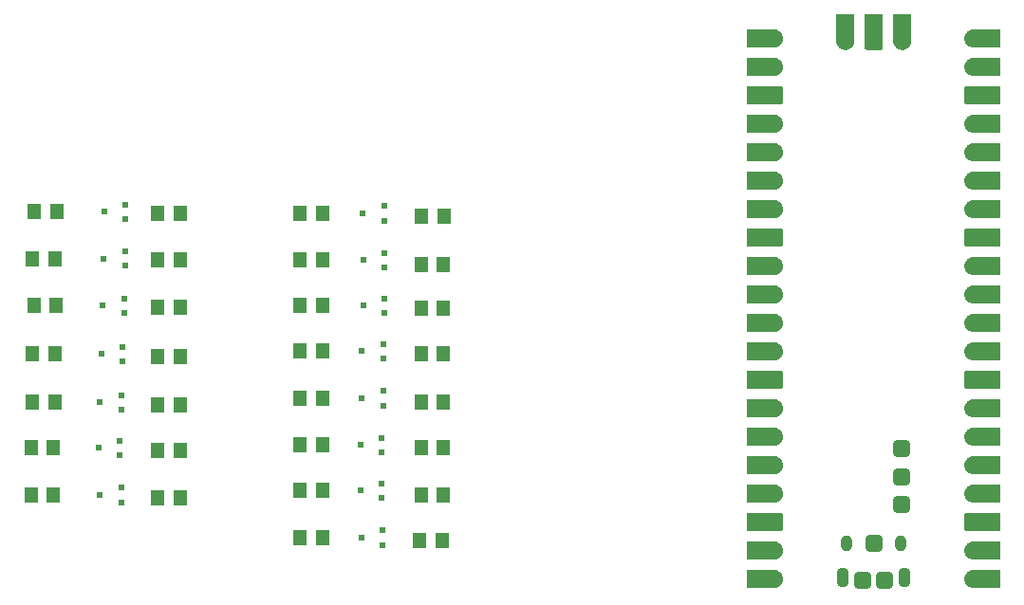
<source format=gbr>
G04*
G04 #@! TF.GenerationSoftware,Altium Limited,Altium Designer,23.9.2 (47)*
G04*
G04 Layer_Color=8421504*
%FSLAX25Y25*%
%MOIN*%
G70*
G04*
G04 #@! TF.SameCoordinates,7D7DC0CB-560A-4B43-BD03-011E7A05A225*
G04*
G04*
G04 #@! TF.FilePolarity,Positive*
G04*
G01*
G75*
%ADD14O,0.04134X0.05709*%
%ADD15O,0.04331X0.07087*%
G04:AMPARAMS|DCode=16|XSize=59.06mil|YSize=59.06mil|CornerRadius=11.81mil|HoleSize=0mil|Usage=FLASHONLY|Rotation=180.000|XOffset=0mil|YOffset=0mil|HoleType=Round|Shape=RoundedRectangle|*
%AMROUNDEDRECTD16*
21,1,0.05906,0.03543,0,0,180.0*
21,1,0.03543,0.05906,0,0,180.0*
1,1,0.02362,-0.01772,0.01772*
1,1,0.02362,0.01772,0.01772*
1,1,0.02362,0.01772,-0.01772*
1,1,0.02362,-0.01772,-0.01772*
%
%ADD16ROUNDEDRECTD16*%
%ADD17R,0.02362X0.01850*%
%ADD18R,0.04724X0.05709*%
G36*
X428949Y198350D02*
X419500D01*
X419335Y198354D01*
X419169Y198366D01*
X419008Y198390D01*
X418847Y198417D01*
X418685Y198457D01*
X418528Y198504D01*
X418370Y198559D01*
X418221Y198622D01*
X418071Y198693D01*
X417925Y198772D01*
X417783Y198858D01*
X417650Y198953D01*
X417520Y199051D01*
X417394Y199158D01*
X417272Y199272D01*
X417158Y199394D01*
X417051Y199520D01*
X416953Y199650D01*
X416858Y199784D01*
X416772Y199925D01*
X416693Y200071D01*
X416622Y200220D01*
X416559Y200370D01*
X416504Y200528D01*
X416457Y200685D01*
X416417Y200847D01*
X416390Y201008D01*
X416366Y201169D01*
X416354Y201335D01*
X416350Y201500D01*
X416354Y201665D01*
X416366Y201831D01*
X416390Y201992D01*
X416417Y202153D01*
X416457Y202315D01*
X416504Y202472D01*
X416559Y202630D01*
X416622Y202780D01*
X416693Y202929D01*
X416772Y203075D01*
X416858Y203217D01*
X416953Y203350D01*
X417051Y203480D01*
X417158Y203606D01*
X417272Y203728D01*
X417394Y203842D01*
X417520Y203949D01*
X417650Y204047D01*
X417783Y204142D01*
X417925Y204228D01*
X418071Y204307D01*
X418221Y204378D01*
X418370Y204441D01*
X418528Y204496D01*
X418685Y204543D01*
X418847Y204583D01*
X419008Y204610D01*
X419169Y204634D01*
X419335Y204646D01*
X419500Y204650D01*
X428949D01*
Y198350D01*
D02*
G37*
G36*
X349665Y204646D02*
X349831Y204634D01*
X349992Y204610D01*
X350153Y204583D01*
X350315Y204543D01*
X350472Y204496D01*
X350630Y204441D01*
X350780Y204378D01*
X350929Y204307D01*
X351075Y204228D01*
X351217Y204142D01*
X351350Y204047D01*
X351480Y203949D01*
X351606Y203842D01*
X351728Y203728D01*
X351842Y203606D01*
X351949Y203480D01*
X352047Y203350D01*
X352142Y203217D01*
X352228Y203075D01*
X352307Y202929D01*
X352378Y202780D01*
X352441Y202630D01*
X352496Y202472D01*
X352543Y202315D01*
X352583Y202153D01*
X352610Y201992D01*
X352634Y201831D01*
X352646Y201665D01*
X352650Y201500D01*
X352646Y201335D01*
X352634Y201169D01*
X352610Y201008D01*
X352583Y200847D01*
X352543Y200685D01*
X352496Y200528D01*
X352441Y200370D01*
X352378Y200220D01*
X352307Y200071D01*
X352228Y199925D01*
X352142Y199784D01*
X352047Y199650D01*
X351949Y199520D01*
X351842Y199394D01*
X351728Y199272D01*
X351606Y199158D01*
X351480Y199051D01*
X351350Y198953D01*
X351217Y198858D01*
X351075Y198772D01*
X350929Y198693D01*
X350780Y198622D01*
X350630Y198559D01*
X350472Y198504D01*
X350315Y198457D01*
X350153Y198417D01*
X349992Y198390D01*
X349831Y198366D01*
X349665Y198354D01*
X349500Y198350D01*
X340051D01*
Y204650D01*
X349500D01*
X349665Y204646D01*
D02*
G37*
G36*
X397650Y200594D02*
X397646Y200429D01*
X397634Y200264D01*
X397610Y200102D01*
X397583Y199941D01*
X397543Y199779D01*
X397496Y199622D01*
X397441Y199465D01*
X397378Y199315D01*
X397307Y199165D01*
X397228Y199020D01*
X397142Y198878D01*
X397047Y198744D01*
X396949Y198614D01*
X396843Y198488D01*
X396728Y198366D01*
X396606Y198252D01*
X396480Y198146D01*
X396350Y198047D01*
X396217Y197953D01*
X396075Y197866D01*
X395929Y197787D01*
X395779Y197716D01*
X395630Y197653D01*
X395472Y197598D01*
X395315Y197551D01*
X395153Y197512D01*
X394992Y197484D01*
X394831Y197461D01*
X394665Y197449D01*
X394500Y197445D01*
X394335Y197449D01*
X394169Y197461D01*
X394008Y197484D01*
X393847Y197512D01*
X393685Y197551D01*
X393528Y197598D01*
X393370Y197653D01*
X393220Y197716D01*
X393071Y197787D01*
X392925Y197866D01*
X392783Y197953D01*
X392650Y198047D01*
X392520Y198146D01*
X392394Y198252D01*
X392272Y198366D01*
X392158Y198488D01*
X392051Y198614D01*
X391953Y198744D01*
X391858Y198878D01*
X391772Y199020D01*
X391693Y199165D01*
X391622Y199315D01*
X391559Y199465D01*
X391504Y199622D01*
X391457Y199779D01*
X391417Y199941D01*
X391390Y200102D01*
X391366Y200264D01*
X391354Y200429D01*
X391350Y200594D01*
Y210043D01*
X397650D01*
Y200594D01*
D02*
G37*
G36*
X387650Y198232D02*
Y198193D01*
X387646Y198150D01*
X387642Y198110D01*
X387634Y198067D01*
X387622Y198028D01*
X387610Y197988D01*
X387598Y197949D01*
X387583Y197913D01*
X387563Y197874D01*
X387543Y197839D01*
X387524Y197803D01*
X387500Y197768D01*
X387472Y197736D01*
X387449Y197705D01*
X387417Y197677D01*
X387390Y197646D01*
X387358Y197622D01*
X387327Y197594D01*
X387291Y197571D01*
X387256Y197551D01*
X387221Y197531D01*
X387181Y197512D01*
X387146Y197496D01*
X387106Y197484D01*
X387067Y197472D01*
X387028Y197461D01*
X386984Y197453D01*
X386945Y197449D01*
X386902Y197445D01*
X382098D01*
X382055Y197449D01*
X382016Y197453D01*
X381972Y197461D01*
X381933Y197472D01*
X381894Y197484D01*
X381854Y197496D01*
X381819Y197512D01*
X381780Y197531D01*
X381744Y197551D01*
X381709Y197571D01*
X381673Y197594D01*
X381642Y197622D01*
X381610Y197646D01*
X381583Y197677D01*
X381551Y197705D01*
X381528Y197736D01*
X381500Y197768D01*
X381476Y197803D01*
X381457Y197839D01*
X381437Y197874D01*
X381417Y197913D01*
X381402Y197949D01*
X381390Y197988D01*
X381378Y198028D01*
X381366Y198067D01*
X381358Y198110D01*
X381354Y198150D01*
X381350Y198193D01*
Y198232D01*
Y210043D01*
X387650D01*
Y198232D01*
D02*
G37*
G36*
X377650Y200594D02*
X377646Y200429D01*
X377634Y200264D01*
X377610Y200102D01*
X377583Y199941D01*
X377543Y199779D01*
X377496Y199622D01*
X377441Y199465D01*
X377378Y199315D01*
X377307Y199165D01*
X377228Y199020D01*
X377142Y198878D01*
X377047Y198744D01*
X376949Y198614D01*
X376842Y198488D01*
X376728Y198366D01*
X376606Y198252D01*
X376480Y198146D01*
X376350Y198047D01*
X376217Y197953D01*
X376075Y197866D01*
X375929Y197787D01*
X375780Y197716D01*
X375630Y197653D01*
X375472Y197598D01*
X375315Y197551D01*
X375153Y197512D01*
X374992Y197484D01*
X374831Y197461D01*
X374665Y197449D01*
X374500Y197445D01*
X374335Y197449D01*
X374169Y197461D01*
X374008Y197484D01*
X373847Y197512D01*
X373685Y197551D01*
X373528Y197598D01*
X373370Y197653D01*
X373220Y197716D01*
X373071Y197787D01*
X372925Y197866D01*
X372783Y197953D01*
X372650Y198047D01*
X372520Y198146D01*
X372394Y198252D01*
X372272Y198366D01*
X372158Y198488D01*
X372051Y198614D01*
X371953Y198744D01*
X371858Y198878D01*
X371772Y199020D01*
X371693Y199165D01*
X371622Y199315D01*
X371559Y199465D01*
X371504Y199622D01*
X371457Y199779D01*
X371417Y199941D01*
X371390Y200102D01*
X371366Y200264D01*
X371354Y200429D01*
X371350Y200594D01*
Y210043D01*
X377650D01*
Y200594D01*
D02*
G37*
G36*
X428949Y188350D02*
X419500D01*
X419335Y188354D01*
X419169Y188366D01*
X419008Y188390D01*
X418847Y188417D01*
X418685Y188457D01*
X418528Y188504D01*
X418370Y188559D01*
X418221Y188622D01*
X418071Y188693D01*
X417925Y188772D01*
X417783Y188858D01*
X417650Y188953D01*
X417520Y189051D01*
X417394Y189157D01*
X417272Y189272D01*
X417158Y189394D01*
X417051Y189520D01*
X416953Y189650D01*
X416858Y189784D01*
X416772Y189925D01*
X416693Y190071D01*
X416622Y190220D01*
X416559Y190370D01*
X416504Y190528D01*
X416457Y190685D01*
X416417Y190847D01*
X416390Y191008D01*
X416366Y191169D01*
X416354Y191335D01*
X416350Y191500D01*
X416354Y191665D01*
X416366Y191831D01*
X416390Y191992D01*
X416417Y192154D01*
X416457Y192315D01*
X416504Y192472D01*
X416559Y192630D01*
X416622Y192780D01*
X416693Y192929D01*
X416772Y193075D01*
X416858Y193217D01*
X416953Y193350D01*
X417051Y193480D01*
X417158Y193606D01*
X417272Y193728D01*
X417394Y193842D01*
X417520Y193949D01*
X417650Y194047D01*
X417783Y194142D01*
X417925Y194228D01*
X418071Y194307D01*
X418221Y194378D01*
X418370Y194441D01*
X418528Y194496D01*
X418685Y194543D01*
X418847Y194583D01*
X419008Y194610D01*
X419169Y194634D01*
X419335Y194646D01*
X419500Y194650D01*
X428949D01*
Y188350D01*
D02*
G37*
G36*
X349665Y194646D02*
X349831Y194634D01*
X349992Y194610D01*
X350153Y194583D01*
X350315Y194543D01*
X350472Y194496D01*
X350630Y194441D01*
X350780Y194378D01*
X350929Y194307D01*
X351075Y194228D01*
X351217Y194142D01*
X351350Y194047D01*
X351480Y193949D01*
X351606Y193842D01*
X351728Y193728D01*
X351842Y193606D01*
X351949Y193480D01*
X352047Y193350D01*
X352142Y193217D01*
X352228Y193075D01*
X352307Y192929D01*
X352378Y192780D01*
X352441Y192630D01*
X352496Y192472D01*
X352543Y192315D01*
X352583Y192154D01*
X352610Y191992D01*
X352634Y191831D01*
X352646Y191665D01*
X352650Y191500D01*
X352646Y191335D01*
X352634Y191169D01*
X352610Y191008D01*
X352583Y190847D01*
X352543Y190685D01*
X352496Y190528D01*
X352441Y190370D01*
X352378Y190220D01*
X352307Y190071D01*
X352228Y189925D01*
X352142Y189784D01*
X352047Y189650D01*
X351949Y189520D01*
X351842Y189394D01*
X351728Y189272D01*
X351606Y189157D01*
X351480Y189051D01*
X351350Y188953D01*
X351217Y188858D01*
X351075Y188772D01*
X350929Y188693D01*
X350780Y188622D01*
X350630Y188559D01*
X350472Y188504D01*
X350315Y188457D01*
X350153Y188417D01*
X349992Y188390D01*
X349831Y188366D01*
X349665Y188354D01*
X349500Y188350D01*
X340051D01*
Y194650D01*
X349500D01*
X349665Y194646D01*
D02*
G37*
G36*
X428949Y178350D02*
X417098D01*
X417055Y178354D01*
X417016Y178358D01*
X416972Y178366D01*
X416933Y178378D01*
X416894Y178390D01*
X416854Y178402D01*
X416819Y178417D01*
X416780Y178437D01*
X416744Y178457D01*
X416709Y178476D01*
X416673Y178500D01*
X416642Y178528D01*
X416610Y178551D01*
X416583Y178583D01*
X416551Y178610D01*
X416528Y178642D01*
X416500Y178673D01*
X416476Y178709D01*
X416457Y178744D01*
X416437Y178779D01*
X416417Y178819D01*
X416402Y178854D01*
X416390Y178894D01*
X416378Y178933D01*
X416366Y178972D01*
X416358Y179016D01*
X416354Y179055D01*
X416350Y179098D01*
Y179138D01*
Y183862D01*
Y183902D01*
X416354Y183945D01*
X416358Y183984D01*
X416366Y184028D01*
X416378Y184067D01*
X416390Y184106D01*
X416402Y184146D01*
X416417Y184181D01*
X416437Y184221D01*
X416457Y184256D01*
X416476Y184291D01*
X416500Y184327D01*
X416528Y184358D01*
X416551Y184390D01*
X416583Y184417D01*
X416610Y184449D01*
X416642Y184472D01*
X416673Y184500D01*
X416709Y184524D01*
X416744Y184543D01*
X416780Y184563D01*
X416819Y184583D01*
X416854Y184598D01*
X416894Y184610D01*
X416933Y184622D01*
X416972Y184634D01*
X417016Y184642D01*
X417055Y184646D01*
X417098Y184650D01*
X428949D01*
Y178350D01*
D02*
G37*
G36*
X351945Y184646D02*
X351984Y184642D01*
X352028Y184634D01*
X352067Y184622D01*
X352106Y184610D01*
X352146Y184598D01*
X352181Y184583D01*
X352221Y184563D01*
X352256Y184543D01*
X352291Y184524D01*
X352327Y184500D01*
X352358Y184472D01*
X352390Y184449D01*
X352417Y184417D01*
X352449Y184390D01*
X352472Y184358D01*
X352500Y184327D01*
X352524Y184291D01*
X352543Y184256D01*
X352563Y184221D01*
X352583Y184181D01*
X352598Y184146D01*
X352610Y184106D01*
X352622Y184067D01*
X352634Y184028D01*
X352642Y183984D01*
X352646Y183945D01*
X352650Y183902D01*
Y183862D01*
Y179138D01*
Y179098D01*
X352646Y179055D01*
X352642Y179016D01*
X352634Y178972D01*
X352622Y178933D01*
X352610Y178894D01*
X352598Y178854D01*
X352583Y178819D01*
X352563Y178779D01*
X352543Y178744D01*
X352524Y178709D01*
X352500Y178673D01*
X352472Y178642D01*
X352449Y178610D01*
X352417Y178583D01*
X352390Y178551D01*
X352358Y178528D01*
X352327Y178500D01*
X352291Y178476D01*
X352256Y178457D01*
X352221Y178437D01*
X352181Y178417D01*
X352146Y178402D01*
X352106Y178390D01*
X352067Y178378D01*
X352028Y178366D01*
X351984Y178358D01*
X351945Y178354D01*
X351902Y178350D01*
X340051D01*
Y184650D01*
X351902D01*
X351945Y184646D01*
D02*
G37*
G36*
X428949Y168350D02*
X419500D01*
X419335Y168354D01*
X419169Y168366D01*
X419008Y168390D01*
X418847Y168417D01*
X418685Y168457D01*
X418528Y168504D01*
X418370Y168559D01*
X418221Y168622D01*
X418071Y168693D01*
X417925Y168772D01*
X417783Y168858D01*
X417650Y168953D01*
X417520Y169051D01*
X417394Y169158D01*
X417272Y169272D01*
X417158Y169394D01*
X417051Y169520D01*
X416953Y169650D01*
X416858Y169783D01*
X416772Y169925D01*
X416693Y170071D01*
X416622Y170220D01*
X416559Y170370D01*
X416504Y170528D01*
X416457Y170685D01*
X416417Y170846D01*
X416390Y171008D01*
X416366Y171169D01*
X416354Y171335D01*
X416350Y171500D01*
X416354Y171665D01*
X416366Y171831D01*
X416390Y171992D01*
X416417Y172153D01*
X416457Y172315D01*
X416504Y172472D01*
X416559Y172630D01*
X416622Y172780D01*
X416693Y172929D01*
X416772Y173075D01*
X416858Y173216D01*
X416953Y173350D01*
X417051Y173480D01*
X417158Y173606D01*
X417272Y173728D01*
X417394Y173843D01*
X417520Y173949D01*
X417650Y174047D01*
X417783Y174142D01*
X417925Y174228D01*
X418071Y174307D01*
X418221Y174378D01*
X418370Y174441D01*
X418528Y174496D01*
X418685Y174543D01*
X418847Y174583D01*
X419008Y174610D01*
X419169Y174634D01*
X419335Y174646D01*
X419500Y174650D01*
X428949D01*
Y168350D01*
D02*
G37*
G36*
X349665Y174646D02*
X349831Y174634D01*
X349992Y174610D01*
X350153Y174583D01*
X350315Y174543D01*
X350472Y174496D01*
X350630Y174441D01*
X350780Y174378D01*
X350929Y174307D01*
X351075Y174228D01*
X351217Y174142D01*
X351350Y174047D01*
X351480Y173949D01*
X351606Y173843D01*
X351728Y173728D01*
X351842Y173606D01*
X351949Y173480D01*
X352047Y173350D01*
X352142Y173216D01*
X352228Y173075D01*
X352307Y172929D01*
X352378Y172780D01*
X352441Y172630D01*
X352496Y172472D01*
X352543Y172315D01*
X352583Y172153D01*
X352610Y171992D01*
X352634Y171831D01*
X352646Y171665D01*
X352650Y171500D01*
X352646Y171335D01*
X352634Y171169D01*
X352610Y171008D01*
X352583Y170846D01*
X352543Y170685D01*
X352496Y170528D01*
X352441Y170370D01*
X352378Y170220D01*
X352307Y170071D01*
X352228Y169925D01*
X352142Y169783D01*
X352047Y169650D01*
X351949Y169520D01*
X351842Y169394D01*
X351728Y169272D01*
X351606Y169158D01*
X351480Y169051D01*
X351350Y168953D01*
X351217Y168858D01*
X351075Y168772D01*
X350929Y168693D01*
X350780Y168622D01*
X350630Y168559D01*
X350472Y168504D01*
X350315Y168457D01*
X350153Y168417D01*
X349992Y168390D01*
X349831Y168366D01*
X349665Y168354D01*
X349500Y168350D01*
X340051D01*
Y174650D01*
X349500D01*
X349665Y174646D01*
D02*
G37*
G36*
X428949Y158350D02*
X419500D01*
X419335Y158354D01*
X419169Y158366D01*
X419008Y158390D01*
X418847Y158417D01*
X418685Y158457D01*
X418528Y158504D01*
X418370Y158559D01*
X418221Y158622D01*
X418071Y158693D01*
X417925Y158772D01*
X417783Y158858D01*
X417650Y158953D01*
X417520Y159051D01*
X417394Y159158D01*
X417272Y159272D01*
X417158Y159394D01*
X417051Y159520D01*
X416953Y159650D01*
X416858Y159783D01*
X416772Y159925D01*
X416693Y160071D01*
X416622Y160221D01*
X416559Y160370D01*
X416504Y160528D01*
X416457Y160685D01*
X416417Y160846D01*
X416390Y161008D01*
X416366Y161169D01*
X416354Y161335D01*
X416350Y161500D01*
X416354Y161665D01*
X416366Y161831D01*
X416390Y161992D01*
X416417Y162153D01*
X416457Y162315D01*
X416504Y162472D01*
X416559Y162630D01*
X416622Y162779D01*
X416693Y162929D01*
X416772Y163075D01*
X416858Y163216D01*
X416953Y163350D01*
X417051Y163480D01*
X417158Y163606D01*
X417272Y163728D01*
X417394Y163842D01*
X417520Y163949D01*
X417650Y164047D01*
X417783Y164142D01*
X417925Y164228D01*
X418071Y164307D01*
X418221Y164378D01*
X418370Y164441D01*
X418528Y164496D01*
X418685Y164543D01*
X418847Y164583D01*
X419008Y164610D01*
X419169Y164634D01*
X419335Y164646D01*
X419500Y164650D01*
X428949D01*
Y158350D01*
D02*
G37*
G36*
X349665Y164646D02*
X349831Y164634D01*
X349992Y164610D01*
X350153Y164583D01*
X350315Y164543D01*
X350472Y164496D01*
X350630Y164441D01*
X350780Y164378D01*
X350929Y164307D01*
X351075Y164228D01*
X351217Y164142D01*
X351350Y164047D01*
X351480Y163949D01*
X351606Y163842D01*
X351728Y163728D01*
X351842Y163606D01*
X351949Y163480D01*
X352047Y163350D01*
X352142Y163216D01*
X352228Y163075D01*
X352307Y162929D01*
X352378Y162779D01*
X352441Y162630D01*
X352496Y162472D01*
X352543Y162315D01*
X352583Y162153D01*
X352610Y161992D01*
X352634Y161831D01*
X352646Y161665D01*
X352650Y161500D01*
X352646Y161335D01*
X352634Y161169D01*
X352610Y161008D01*
X352583Y160846D01*
X352543Y160685D01*
X352496Y160528D01*
X352441Y160370D01*
X352378Y160221D01*
X352307Y160071D01*
X352228Y159925D01*
X352142Y159783D01*
X352047Y159650D01*
X351949Y159520D01*
X351842Y159394D01*
X351728Y159272D01*
X351606Y159158D01*
X351480Y159051D01*
X351350Y158953D01*
X351217Y158858D01*
X351075Y158772D01*
X350929Y158693D01*
X350780Y158622D01*
X350630Y158559D01*
X350472Y158504D01*
X350315Y158457D01*
X350153Y158417D01*
X349992Y158390D01*
X349831Y158366D01*
X349665Y158354D01*
X349500Y158350D01*
X340051D01*
Y164650D01*
X349500D01*
X349665Y164646D01*
D02*
G37*
G36*
X428949Y148350D02*
X419500D01*
X419335Y148354D01*
X419169Y148366D01*
X419008Y148390D01*
X418847Y148417D01*
X418685Y148457D01*
X418528Y148504D01*
X418370Y148559D01*
X418221Y148622D01*
X418071Y148693D01*
X417925Y148772D01*
X417783Y148858D01*
X417650Y148953D01*
X417520Y149051D01*
X417394Y149158D01*
X417272Y149272D01*
X417158Y149394D01*
X417051Y149520D01*
X416953Y149650D01*
X416858Y149784D01*
X416772Y149925D01*
X416693Y150071D01*
X416622Y150221D01*
X416559Y150370D01*
X416504Y150528D01*
X416457Y150685D01*
X416417Y150847D01*
X416390Y151008D01*
X416366Y151169D01*
X416354Y151335D01*
X416350Y151500D01*
X416354Y151665D01*
X416366Y151831D01*
X416390Y151992D01*
X416417Y152154D01*
X416457Y152315D01*
X416504Y152472D01*
X416559Y152630D01*
X416622Y152779D01*
X416693Y152929D01*
X416772Y153075D01*
X416858Y153217D01*
X416953Y153350D01*
X417051Y153480D01*
X417158Y153606D01*
X417272Y153728D01*
X417394Y153842D01*
X417520Y153949D01*
X417650Y154047D01*
X417783Y154142D01*
X417925Y154228D01*
X418071Y154307D01*
X418221Y154378D01*
X418370Y154441D01*
X418528Y154496D01*
X418685Y154543D01*
X418847Y154583D01*
X419008Y154610D01*
X419169Y154634D01*
X419335Y154646D01*
X419500Y154650D01*
X428949D01*
Y148350D01*
D02*
G37*
G36*
X349665Y154646D02*
X349831Y154634D01*
X349992Y154610D01*
X350153Y154583D01*
X350315Y154543D01*
X350472Y154496D01*
X350630Y154441D01*
X350780Y154378D01*
X350929Y154307D01*
X351075Y154228D01*
X351217Y154142D01*
X351350Y154047D01*
X351480Y153949D01*
X351606Y153842D01*
X351728Y153728D01*
X351842Y153606D01*
X351949Y153480D01*
X352047Y153350D01*
X352142Y153217D01*
X352228Y153075D01*
X352307Y152929D01*
X352378Y152779D01*
X352441Y152630D01*
X352496Y152472D01*
X352543Y152315D01*
X352583Y152154D01*
X352610Y151992D01*
X352634Y151831D01*
X352646Y151665D01*
X352650Y151500D01*
X352646Y151335D01*
X352634Y151169D01*
X352610Y151008D01*
X352583Y150847D01*
X352543Y150685D01*
X352496Y150528D01*
X352441Y150370D01*
X352378Y150221D01*
X352307Y150071D01*
X352228Y149925D01*
X352142Y149784D01*
X352047Y149650D01*
X351949Y149520D01*
X351842Y149394D01*
X351728Y149272D01*
X351606Y149158D01*
X351480Y149051D01*
X351350Y148953D01*
X351217Y148858D01*
X351075Y148772D01*
X350929Y148693D01*
X350780Y148622D01*
X350630Y148559D01*
X350472Y148504D01*
X350315Y148457D01*
X350153Y148417D01*
X349992Y148390D01*
X349831Y148366D01*
X349665Y148354D01*
X349500Y148350D01*
X340051D01*
Y154650D01*
X349500D01*
X349665Y154646D01*
D02*
G37*
G36*
X428949Y138350D02*
X419500D01*
X419335Y138354D01*
X419169Y138366D01*
X419008Y138390D01*
X418847Y138417D01*
X418685Y138457D01*
X418528Y138504D01*
X418370Y138559D01*
X418221Y138622D01*
X418071Y138693D01*
X417925Y138772D01*
X417783Y138858D01*
X417650Y138953D01*
X417520Y139051D01*
X417394Y139157D01*
X417272Y139272D01*
X417158Y139394D01*
X417051Y139520D01*
X416953Y139650D01*
X416858Y139784D01*
X416772Y139925D01*
X416693Y140071D01*
X416622Y140220D01*
X416559Y140370D01*
X416504Y140528D01*
X416457Y140685D01*
X416417Y140847D01*
X416390Y141008D01*
X416366Y141169D01*
X416354Y141335D01*
X416350Y141500D01*
X416354Y141665D01*
X416366Y141831D01*
X416390Y141992D01*
X416417Y142154D01*
X416457Y142315D01*
X416504Y142472D01*
X416559Y142630D01*
X416622Y142780D01*
X416693Y142929D01*
X416772Y143075D01*
X416858Y143217D01*
X416953Y143350D01*
X417051Y143480D01*
X417158Y143606D01*
X417272Y143728D01*
X417394Y143842D01*
X417520Y143949D01*
X417650Y144047D01*
X417783Y144142D01*
X417925Y144228D01*
X418071Y144307D01*
X418221Y144378D01*
X418370Y144441D01*
X418528Y144496D01*
X418685Y144543D01*
X418847Y144583D01*
X419008Y144610D01*
X419169Y144634D01*
X419335Y144646D01*
X419500Y144650D01*
X428949D01*
Y138350D01*
D02*
G37*
G36*
X349665Y144646D02*
X349831Y144634D01*
X349992Y144610D01*
X350153Y144583D01*
X350315Y144543D01*
X350472Y144496D01*
X350630Y144441D01*
X350780Y144378D01*
X350929Y144307D01*
X351075Y144228D01*
X351217Y144142D01*
X351350Y144047D01*
X351480Y143949D01*
X351606Y143842D01*
X351728Y143728D01*
X351842Y143606D01*
X351949Y143480D01*
X352047Y143350D01*
X352142Y143217D01*
X352228Y143075D01*
X352307Y142929D01*
X352378Y142780D01*
X352441Y142630D01*
X352496Y142472D01*
X352543Y142315D01*
X352583Y142154D01*
X352610Y141992D01*
X352634Y141831D01*
X352646Y141665D01*
X352650Y141500D01*
X352646Y141335D01*
X352634Y141169D01*
X352610Y141008D01*
X352583Y140847D01*
X352543Y140685D01*
X352496Y140528D01*
X352441Y140370D01*
X352378Y140220D01*
X352307Y140071D01*
X352228Y139925D01*
X352142Y139784D01*
X352047Y139650D01*
X351949Y139520D01*
X351842Y139394D01*
X351728Y139272D01*
X351606Y139157D01*
X351480Y139051D01*
X351350Y138953D01*
X351217Y138858D01*
X351075Y138772D01*
X350929Y138693D01*
X350780Y138622D01*
X350630Y138559D01*
X350472Y138504D01*
X350315Y138457D01*
X350153Y138417D01*
X349992Y138390D01*
X349831Y138366D01*
X349665Y138354D01*
X349500Y138350D01*
X340051D01*
Y144650D01*
X349500D01*
X349665Y144646D01*
D02*
G37*
G36*
X428949Y128350D02*
X417098D01*
X417055Y128354D01*
X417016Y128358D01*
X416972Y128366D01*
X416933Y128378D01*
X416894Y128390D01*
X416854Y128402D01*
X416819Y128417D01*
X416780Y128437D01*
X416744Y128457D01*
X416709Y128476D01*
X416673Y128500D01*
X416642Y128528D01*
X416610Y128551D01*
X416583Y128583D01*
X416551Y128610D01*
X416528Y128642D01*
X416500Y128673D01*
X416476Y128709D01*
X416457Y128744D01*
X416437Y128779D01*
X416417Y128819D01*
X416402Y128854D01*
X416390Y128894D01*
X416378Y128933D01*
X416366Y128972D01*
X416358Y129016D01*
X416354Y129055D01*
X416350Y129098D01*
Y129138D01*
Y133862D01*
Y133902D01*
X416354Y133945D01*
X416358Y133984D01*
X416366Y134028D01*
X416378Y134067D01*
X416390Y134106D01*
X416402Y134146D01*
X416417Y134181D01*
X416437Y134221D01*
X416457Y134256D01*
X416476Y134291D01*
X416500Y134327D01*
X416528Y134358D01*
X416551Y134390D01*
X416583Y134417D01*
X416610Y134449D01*
X416642Y134472D01*
X416673Y134500D01*
X416709Y134524D01*
X416744Y134543D01*
X416780Y134563D01*
X416819Y134583D01*
X416854Y134598D01*
X416894Y134610D01*
X416933Y134622D01*
X416972Y134634D01*
X417016Y134642D01*
X417055Y134646D01*
X417098Y134650D01*
X428949D01*
Y128350D01*
D02*
G37*
G36*
X351945Y134646D02*
X351984Y134642D01*
X352028Y134634D01*
X352067Y134622D01*
X352106Y134610D01*
X352146Y134598D01*
X352181Y134583D01*
X352221Y134563D01*
X352256Y134543D01*
X352291Y134524D01*
X352327Y134500D01*
X352358Y134472D01*
X352390Y134449D01*
X352417Y134417D01*
X352449Y134390D01*
X352472Y134358D01*
X352500Y134327D01*
X352524Y134291D01*
X352543Y134256D01*
X352563Y134221D01*
X352583Y134181D01*
X352598Y134146D01*
X352610Y134106D01*
X352622Y134067D01*
X352634Y134028D01*
X352642Y133984D01*
X352646Y133945D01*
X352650Y133902D01*
Y133862D01*
Y129138D01*
Y129098D01*
X352646Y129055D01*
X352642Y129016D01*
X352634Y128972D01*
X352622Y128933D01*
X352610Y128894D01*
X352598Y128854D01*
X352583Y128819D01*
X352563Y128779D01*
X352543Y128744D01*
X352524Y128709D01*
X352500Y128673D01*
X352472Y128642D01*
X352449Y128610D01*
X352417Y128583D01*
X352390Y128551D01*
X352358Y128528D01*
X352327Y128500D01*
X352291Y128476D01*
X352256Y128457D01*
X352221Y128437D01*
X352181Y128417D01*
X352146Y128402D01*
X352106Y128390D01*
X352067Y128378D01*
X352028Y128366D01*
X351984Y128358D01*
X351945Y128354D01*
X351902Y128350D01*
X340051D01*
Y134650D01*
X351902D01*
X351945Y134646D01*
D02*
G37*
G36*
X428949Y118350D02*
X419500D01*
X419335Y118354D01*
X419169Y118366D01*
X419008Y118390D01*
X418847Y118417D01*
X418685Y118457D01*
X418528Y118504D01*
X418370Y118559D01*
X418221Y118622D01*
X418071Y118693D01*
X417925Y118772D01*
X417783Y118858D01*
X417650Y118953D01*
X417520Y119051D01*
X417394Y119158D01*
X417272Y119272D01*
X417158Y119394D01*
X417051Y119520D01*
X416953Y119650D01*
X416858Y119783D01*
X416772Y119925D01*
X416693Y120071D01*
X416622Y120220D01*
X416559Y120370D01*
X416504Y120528D01*
X416457Y120685D01*
X416417Y120846D01*
X416390Y121008D01*
X416366Y121169D01*
X416354Y121335D01*
X416350Y121500D01*
X416354Y121665D01*
X416366Y121831D01*
X416390Y121992D01*
X416417Y122153D01*
X416457Y122315D01*
X416504Y122472D01*
X416559Y122630D01*
X416622Y122780D01*
X416693Y122929D01*
X416772Y123075D01*
X416858Y123216D01*
X416953Y123350D01*
X417051Y123480D01*
X417158Y123606D01*
X417272Y123728D01*
X417394Y123843D01*
X417520Y123949D01*
X417650Y124047D01*
X417783Y124142D01*
X417925Y124228D01*
X418071Y124307D01*
X418221Y124378D01*
X418370Y124441D01*
X418528Y124496D01*
X418685Y124543D01*
X418847Y124583D01*
X419008Y124610D01*
X419169Y124634D01*
X419335Y124646D01*
X419500Y124650D01*
X428949D01*
Y118350D01*
D02*
G37*
G36*
X349665Y124646D02*
X349831Y124634D01*
X349992Y124610D01*
X350153Y124583D01*
X350315Y124543D01*
X350472Y124496D01*
X350630Y124441D01*
X350780Y124378D01*
X350929Y124307D01*
X351075Y124228D01*
X351217Y124142D01*
X351350Y124047D01*
X351480Y123949D01*
X351606Y123843D01*
X351728Y123728D01*
X351842Y123606D01*
X351949Y123480D01*
X352047Y123350D01*
X352142Y123216D01*
X352228Y123075D01*
X352307Y122929D01*
X352378Y122780D01*
X352441Y122630D01*
X352496Y122472D01*
X352543Y122315D01*
X352583Y122153D01*
X352610Y121992D01*
X352634Y121831D01*
X352646Y121665D01*
X352650Y121500D01*
X352646Y121335D01*
X352634Y121169D01*
X352610Y121008D01*
X352583Y120846D01*
X352543Y120685D01*
X352496Y120528D01*
X352441Y120370D01*
X352378Y120220D01*
X352307Y120071D01*
X352228Y119925D01*
X352142Y119783D01*
X352047Y119650D01*
X351949Y119520D01*
X351842Y119394D01*
X351728Y119272D01*
X351606Y119158D01*
X351480Y119051D01*
X351350Y118953D01*
X351217Y118858D01*
X351075Y118772D01*
X350929Y118693D01*
X350780Y118622D01*
X350630Y118559D01*
X350472Y118504D01*
X350315Y118457D01*
X350153Y118417D01*
X349992Y118390D01*
X349831Y118366D01*
X349665Y118354D01*
X349500Y118350D01*
X340051D01*
Y124650D01*
X349500D01*
X349665Y124646D01*
D02*
G37*
G36*
X428949Y108350D02*
X419500D01*
X419335Y108354D01*
X419169Y108366D01*
X419008Y108390D01*
X418847Y108417D01*
X418685Y108457D01*
X418528Y108504D01*
X418370Y108559D01*
X418221Y108622D01*
X418071Y108693D01*
X417925Y108772D01*
X417783Y108858D01*
X417650Y108953D01*
X417520Y109051D01*
X417394Y109158D01*
X417272Y109272D01*
X417158Y109394D01*
X417051Y109520D01*
X416953Y109650D01*
X416858Y109783D01*
X416772Y109925D01*
X416693Y110071D01*
X416622Y110221D01*
X416559Y110370D01*
X416504Y110528D01*
X416457Y110685D01*
X416417Y110846D01*
X416390Y111008D01*
X416366Y111169D01*
X416354Y111335D01*
X416350Y111500D01*
X416354Y111665D01*
X416366Y111831D01*
X416390Y111992D01*
X416417Y112153D01*
X416457Y112315D01*
X416504Y112472D01*
X416559Y112630D01*
X416622Y112779D01*
X416693Y112929D01*
X416772Y113075D01*
X416858Y113216D01*
X416953Y113350D01*
X417051Y113480D01*
X417158Y113606D01*
X417272Y113728D01*
X417394Y113842D01*
X417520Y113949D01*
X417650Y114047D01*
X417783Y114142D01*
X417925Y114228D01*
X418071Y114307D01*
X418221Y114378D01*
X418370Y114441D01*
X418528Y114496D01*
X418685Y114543D01*
X418847Y114583D01*
X419008Y114610D01*
X419169Y114634D01*
X419335Y114646D01*
X419500Y114650D01*
X428949D01*
Y108350D01*
D02*
G37*
G36*
X349665Y114646D02*
X349831Y114634D01*
X349992Y114610D01*
X350153Y114583D01*
X350315Y114543D01*
X350472Y114496D01*
X350630Y114441D01*
X350780Y114378D01*
X350929Y114307D01*
X351075Y114228D01*
X351217Y114142D01*
X351350Y114047D01*
X351480Y113949D01*
X351606Y113842D01*
X351728Y113728D01*
X351842Y113606D01*
X351949Y113480D01*
X352047Y113350D01*
X352142Y113216D01*
X352228Y113075D01*
X352307Y112929D01*
X352378Y112779D01*
X352441Y112630D01*
X352496Y112472D01*
X352543Y112315D01*
X352583Y112153D01*
X352610Y111992D01*
X352634Y111831D01*
X352646Y111665D01*
X352650Y111500D01*
X352646Y111335D01*
X352634Y111169D01*
X352610Y111008D01*
X352583Y110846D01*
X352543Y110685D01*
X352496Y110528D01*
X352441Y110370D01*
X352378Y110221D01*
X352307Y110071D01*
X352228Y109925D01*
X352142Y109783D01*
X352047Y109650D01*
X351949Y109520D01*
X351842Y109394D01*
X351728Y109272D01*
X351606Y109158D01*
X351480Y109051D01*
X351350Y108953D01*
X351217Y108858D01*
X351075Y108772D01*
X350929Y108693D01*
X350780Y108622D01*
X350630Y108559D01*
X350472Y108504D01*
X350315Y108457D01*
X350153Y108417D01*
X349992Y108390D01*
X349831Y108366D01*
X349665Y108354D01*
X349500Y108350D01*
X340051D01*
Y114650D01*
X349500D01*
X349665Y114646D01*
D02*
G37*
G36*
X428949Y98350D02*
X419500D01*
X419335Y98354D01*
X419169Y98366D01*
X419008Y98390D01*
X418847Y98417D01*
X418685Y98457D01*
X418528Y98504D01*
X418370Y98559D01*
X418221Y98622D01*
X418071Y98693D01*
X417925Y98772D01*
X417783Y98858D01*
X417650Y98953D01*
X417520Y99051D01*
X417394Y99158D01*
X417272Y99272D01*
X417158Y99394D01*
X417051Y99520D01*
X416953Y99650D01*
X416858Y99783D01*
X416772Y99925D01*
X416693Y100071D01*
X416622Y100221D01*
X416559Y100370D01*
X416504Y100528D01*
X416457Y100685D01*
X416417Y100847D01*
X416390Y101008D01*
X416366Y101169D01*
X416354Y101335D01*
X416350Y101500D01*
X416354Y101665D01*
X416366Y101831D01*
X416390Y101992D01*
X416417Y102154D01*
X416457Y102315D01*
X416504Y102472D01*
X416559Y102630D01*
X416622Y102779D01*
X416693Y102929D01*
X416772Y103075D01*
X416858Y103217D01*
X416953Y103350D01*
X417051Y103480D01*
X417158Y103606D01*
X417272Y103728D01*
X417394Y103842D01*
X417520Y103949D01*
X417650Y104047D01*
X417783Y104142D01*
X417925Y104228D01*
X418071Y104307D01*
X418221Y104378D01*
X418370Y104441D01*
X418528Y104496D01*
X418685Y104543D01*
X418847Y104583D01*
X419008Y104610D01*
X419169Y104634D01*
X419335Y104646D01*
X419500Y104650D01*
X428949D01*
Y98350D01*
D02*
G37*
G36*
X349665Y104646D02*
X349831Y104634D01*
X349992Y104610D01*
X350153Y104583D01*
X350315Y104543D01*
X350472Y104496D01*
X350630Y104441D01*
X350780Y104378D01*
X350929Y104307D01*
X351075Y104228D01*
X351217Y104142D01*
X351350Y104047D01*
X351480Y103949D01*
X351606Y103842D01*
X351728Y103728D01*
X351842Y103606D01*
X351949Y103480D01*
X352047Y103350D01*
X352142Y103217D01*
X352228Y103075D01*
X352307Y102929D01*
X352378Y102779D01*
X352441Y102630D01*
X352496Y102472D01*
X352543Y102315D01*
X352583Y102154D01*
X352610Y101992D01*
X352634Y101831D01*
X352646Y101665D01*
X352650Y101500D01*
X352646Y101335D01*
X352634Y101169D01*
X352610Y101008D01*
X352583Y100847D01*
X352543Y100685D01*
X352496Y100528D01*
X352441Y100370D01*
X352378Y100221D01*
X352307Y100071D01*
X352228Y99925D01*
X352142Y99783D01*
X352047Y99650D01*
X351949Y99520D01*
X351842Y99394D01*
X351728Y99272D01*
X351606Y99158D01*
X351480Y99051D01*
X351350Y98953D01*
X351217Y98858D01*
X351075Y98772D01*
X350929Y98693D01*
X350780Y98622D01*
X350630Y98559D01*
X350472Y98504D01*
X350315Y98457D01*
X350153Y98417D01*
X349992Y98390D01*
X349831Y98366D01*
X349665Y98354D01*
X349500Y98350D01*
X340051D01*
Y104650D01*
X349500D01*
X349665Y104646D01*
D02*
G37*
G36*
X428949Y88350D02*
X419500D01*
X419335Y88354D01*
X419169Y88366D01*
X419008Y88390D01*
X418847Y88417D01*
X418685Y88457D01*
X418528Y88504D01*
X418370Y88559D01*
X418221Y88622D01*
X418071Y88693D01*
X417925Y88772D01*
X417783Y88858D01*
X417650Y88953D01*
X417520Y89051D01*
X417394Y89157D01*
X417272Y89272D01*
X417158Y89394D01*
X417051Y89520D01*
X416953Y89650D01*
X416858Y89784D01*
X416772Y89925D01*
X416693Y90071D01*
X416622Y90220D01*
X416559Y90370D01*
X416504Y90528D01*
X416457Y90685D01*
X416417Y90847D01*
X416390Y91008D01*
X416366Y91169D01*
X416354Y91335D01*
X416350Y91500D01*
X416354Y91665D01*
X416366Y91831D01*
X416390Y91992D01*
X416417Y92154D01*
X416457Y92315D01*
X416504Y92472D01*
X416559Y92630D01*
X416622Y92779D01*
X416693Y92929D01*
X416772Y93075D01*
X416858Y93217D01*
X416953Y93350D01*
X417051Y93480D01*
X417158Y93606D01*
X417272Y93728D01*
X417394Y93843D01*
X417520Y93949D01*
X417650Y94047D01*
X417783Y94142D01*
X417925Y94228D01*
X418071Y94307D01*
X418221Y94378D01*
X418370Y94441D01*
X418528Y94496D01*
X418685Y94543D01*
X418847Y94583D01*
X419008Y94610D01*
X419169Y94634D01*
X419335Y94646D01*
X419500Y94650D01*
X428949D01*
Y88350D01*
D02*
G37*
G36*
X349665Y94646D02*
X349831Y94634D01*
X349992Y94610D01*
X350153Y94583D01*
X350315Y94543D01*
X350472Y94496D01*
X350630Y94441D01*
X350780Y94378D01*
X350929Y94307D01*
X351075Y94228D01*
X351217Y94142D01*
X351350Y94047D01*
X351480Y93949D01*
X351606Y93843D01*
X351728Y93728D01*
X351842Y93606D01*
X351949Y93480D01*
X352047Y93350D01*
X352142Y93217D01*
X352228Y93075D01*
X352307Y92929D01*
X352378Y92779D01*
X352441Y92630D01*
X352496Y92472D01*
X352543Y92315D01*
X352583Y92154D01*
X352610Y91992D01*
X352634Y91831D01*
X352646Y91665D01*
X352650Y91500D01*
X352646Y91335D01*
X352634Y91169D01*
X352610Y91008D01*
X352583Y90847D01*
X352543Y90685D01*
X352496Y90528D01*
X352441Y90370D01*
X352378Y90220D01*
X352307Y90071D01*
X352228Y89925D01*
X352142Y89784D01*
X352047Y89650D01*
X351949Y89520D01*
X351842Y89394D01*
X351728Y89272D01*
X351606Y89157D01*
X351480Y89051D01*
X351350Y88953D01*
X351217Y88858D01*
X351075Y88772D01*
X350929Y88693D01*
X350780Y88622D01*
X350630Y88559D01*
X350472Y88504D01*
X350315Y88457D01*
X350153Y88417D01*
X349992Y88390D01*
X349831Y88366D01*
X349665Y88354D01*
X349500Y88350D01*
X340051D01*
Y94650D01*
X349500D01*
X349665Y94646D01*
D02*
G37*
G36*
X428949Y78350D02*
X417098D01*
X417055Y78354D01*
X417016Y78358D01*
X416972Y78366D01*
X416933Y78378D01*
X416894Y78390D01*
X416854Y78402D01*
X416819Y78417D01*
X416780Y78437D01*
X416744Y78457D01*
X416709Y78476D01*
X416673Y78500D01*
X416642Y78528D01*
X416610Y78551D01*
X416583Y78583D01*
X416551Y78610D01*
X416528Y78642D01*
X416500Y78673D01*
X416476Y78709D01*
X416457Y78744D01*
X416437Y78780D01*
X416417Y78819D01*
X416402Y78854D01*
X416390Y78894D01*
X416378Y78933D01*
X416366Y78972D01*
X416358Y79016D01*
X416354Y79055D01*
X416350Y79098D01*
Y79138D01*
Y83862D01*
Y83902D01*
X416354Y83945D01*
X416358Y83984D01*
X416366Y84028D01*
X416378Y84067D01*
X416390Y84106D01*
X416402Y84146D01*
X416417Y84181D01*
X416437Y84220D01*
X416457Y84256D01*
X416476Y84291D01*
X416500Y84327D01*
X416528Y84358D01*
X416551Y84390D01*
X416583Y84417D01*
X416610Y84449D01*
X416642Y84472D01*
X416673Y84500D01*
X416709Y84524D01*
X416744Y84543D01*
X416780Y84563D01*
X416819Y84583D01*
X416854Y84598D01*
X416894Y84610D01*
X416933Y84622D01*
X416972Y84634D01*
X417016Y84642D01*
X417055Y84646D01*
X417098Y84650D01*
X428949D01*
Y78350D01*
D02*
G37*
G36*
X351945Y84646D02*
X351984Y84642D01*
X352028Y84634D01*
X352067Y84622D01*
X352106Y84610D01*
X352146Y84598D01*
X352181Y84583D01*
X352221Y84563D01*
X352256Y84543D01*
X352291Y84524D01*
X352327Y84500D01*
X352358Y84472D01*
X352390Y84449D01*
X352417Y84417D01*
X352449Y84390D01*
X352472Y84358D01*
X352500Y84327D01*
X352524Y84291D01*
X352543Y84256D01*
X352563Y84220D01*
X352583Y84181D01*
X352598Y84146D01*
X352610Y84106D01*
X352622Y84067D01*
X352634Y84028D01*
X352642Y83984D01*
X352646Y83945D01*
X352650Y83902D01*
Y83862D01*
Y79138D01*
Y79098D01*
X352646Y79055D01*
X352642Y79016D01*
X352634Y78972D01*
X352622Y78933D01*
X352610Y78894D01*
X352598Y78854D01*
X352583Y78819D01*
X352563Y78780D01*
X352543Y78744D01*
X352524Y78709D01*
X352500Y78673D01*
X352472Y78642D01*
X352449Y78610D01*
X352417Y78583D01*
X352390Y78551D01*
X352358Y78528D01*
X352327Y78500D01*
X352291Y78476D01*
X352256Y78457D01*
X352221Y78437D01*
X352181Y78417D01*
X352146Y78402D01*
X352106Y78390D01*
X352067Y78378D01*
X352028Y78366D01*
X351984Y78358D01*
X351945Y78354D01*
X351902Y78350D01*
X340051D01*
Y84650D01*
X351902D01*
X351945Y84646D01*
D02*
G37*
G36*
X428949Y68350D02*
X419500D01*
X419335Y68354D01*
X419169Y68366D01*
X419008Y68390D01*
X418847Y68417D01*
X418685Y68457D01*
X418528Y68504D01*
X418370Y68559D01*
X418221Y68622D01*
X418071Y68693D01*
X417925Y68772D01*
X417783Y68858D01*
X417650Y68953D01*
X417520Y69051D01*
X417394Y69157D01*
X417272Y69272D01*
X417158Y69394D01*
X417051Y69520D01*
X416953Y69650D01*
X416858Y69784D01*
X416772Y69925D01*
X416693Y70071D01*
X416622Y70221D01*
X416559Y70370D01*
X416504Y70528D01*
X416457Y70685D01*
X416417Y70846D01*
X416390Y71008D01*
X416366Y71169D01*
X416354Y71335D01*
X416350Y71500D01*
X416354Y71665D01*
X416366Y71831D01*
X416390Y71992D01*
X416417Y72154D01*
X416457Y72315D01*
X416504Y72472D01*
X416559Y72630D01*
X416622Y72780D01*
X416693Y72929D01*
X416772Y73075D01*
X416858Y73216D01*
X416953Y73350D01*
X417051Y73480D01*
X417158Y73606D01*
X417272Y73728D01*
X417394Y73843D01*
X417520Y73949D01*
X417650Y74047D01*
X417783Y74142D01*
X417925Y74228D01*
X418071Y74307D01*
X418221Y74378D01*
X418370Y74441D01*
X418528Y74496D01*
X418685Y74543D01*
X418847Y74583D01*
X419008Y74610D01*
X419169Y74634D01*
X419335Y74646D01*
X419500Y74650D01*
X428949D01*
Y68350D01*
D02*
G37*
G36*
X349665Y74646D02*
X349831Y74634D01*
X349992Y74610D01*
X350153Y74583D01*
X350315Y74543D01*
X350472Y74496D01*
X350630Y74441D01*
X350780Y74378D01*
X350929Y74307D01*
X351075Y74228D01*
X351217Y74142D01*
X351350Y74047D01*
X351480Y73949D01*
X351606Y73843D01*
X351728Y73728D01*
X351842Y73606D01*
X351949Y73480D01*
X352047Y73350D01*
X352142Y73216D01*
X352228Y73075D01*
X352307Y72929D01*
X352378Y72780D01*
X352441Y72630D01*
X352496Y72472D01*
X352543Y72315D01*
X352583Y72154D01*
X352610Y71992D01*
X352634Y71831D01*
X352646Y71665D01*
X352650Y71500D01*
X352646Y71335D01*
X352634Y71169D01*
X352610Y71008D01*
X352583Y70846D01*
X352543Y70685D01*
X352496Y70528D01*
X352441Y70370D01*
X352378Y70221D01*
X352307Y70071D01*
X352228Y69925D01*
X352142Y69784D01*
X352047Y69650D01*
X351949Y69520D01*
X351842Y69394D01*
X351728Y69272D01*
X351606Y69157D01*
X351480Y69051D01*
X351350Y68953D01*
X351217Y68858D01*
X351075Y68772D01*
X350929Y68693D01*
X350780Y68622D01*
X350630Y68559D01*
X350472Y68504D01*
X350315Y68457D01*
X350153Y68417D01*
X349992Y68390D01*
X349831Y68366D01*
X349665Y68354D01*
X349500Y68350D01*
X340051D01*
Y74650D01*
X349500D01*
X349665Y74646D01*
D02*
G37*
G36*
X428949Y58350D02*
X419500D01*
X419335Y58354D01*
X419169Y58366D01*
X419008Y58390D01*
X418847Y58417D01*
X418685Y58457D01*
X418528Y58504D01*
X418370Y58559D01*
X418221Y58622D01*
X418071Y58693D01*
X417925Y58772D01*
X417783Y58858D01*
X417650Y58953D01*
X417520Y59051D01*
X417394Y59158D01*
X417272Y59272D01*
X417158Y59394D01*
X417051Y59520D01*
X416953Y59650D01*
X416858Y59784D01*
X416772Y59925D01*
X416693Y60071D01*
X416622Y60220D01*
X416559Y60370D01*
X416504Y60528D01*
X416457Y60685D01*
X416417Y60847D01*
X416390Y61008D01*
X416366Y61169D01*
X416354Y61335D01*
X416350Y61500D01*
X416354Y61665D01*
X416366Y61831D01*
X416390Y61992D01*
X416417Y62154D01*
X416457Y62315D01*
X416504Y62472D01*
X416559Y62630D01*
X416622Y62779D01*
X416693Y62929D01*
X416772Y63075D01*
X416858Y63217D01*
X416953Y63350D01*
X417051Y63480D01*
X417158Y63606D01*
X417272Y63728D01*
X417394Y63842D01*
X417520Y63949D01*
X417650Y64047D01*
X417783Y64142D01*
X417925Y64228D01*
X418071Y64307D01*
X418221Y64378D01*
X418370Y64441D01*
X418528Y64496D01*
X418685Y64543D01*
X418847Y64583D01*
X419008Y64610D01*
X419169Y64634D01*
X419335Y64646D01*
X419500Y64650D01*
X428949D01*
Y58350D01*
D02*
G37*
G36*
X349665Y64646D02*
X349831Y64634D01*
X349992Y64610D01*
X350153Y64583D01*
X350315Y64543D01*
X350472Y64496D01*
X350630Y64441D01*
X350780Y64378D01*
X350929Y64307D01*
X351075Y64228D01*
X351217Y64142D01*
X351350Y64047D01*
X351480Y63949D01*
X351606Y63842D01*
X351728Y63728D01*
X351842Y63606D01*
X351949Y63480D01*
X352047Y63350D01*
X352142Y63217D01*
X352228Y63075D01*
X352307Y62929D01*
X352378Y62779D01*
X352441Y62630D01*
X352496Y62472D01*
X352543Y62315D01*
X352583Y62154D01*
X352610Y61992D01*
X352634Y61831D01*
X352646Y61665D01*
X352650Y61500D01*
X352646Y61335D01*
X352634Y61169D01*
X352610Y61008D01*
X352583Y60847D01*
X352543Y60685D01*
X352496Y60528D01*
X352441Y60370D01*
X352378Y60220D01*
X352307Y60071D01*
X352228Y59925D01*
X352142Y59784D01*
X352047Y59650D01*
X351949Y59520D01*
X351842Y59394D01*
X351728Y59272D01*
X351606Y59158D01*
X351480Y59051D01*
X351350Y58953D01*
X351217Y58858D01*
X351075Y58772D01*
X350929Y58693D01*
X350780Y58622D01*
X350630Y58559D01*
X350472Y58504D01*
X350315Y58457D01*
X350153Y58417D01*
X349992Y58390D01*
X349831Y58366D01*
X349665Y58354D01*
X349500Y58350D01*
X340051D01*
Y64650D01*
X349500D01*
X349665Y64646D01*
D02*
G37*
G36*
X428949Y48350D02*
X419500D01*
X419335Y48354D01*
X419169Y48366D01*
X419008Y48390D01*
X418847Y48417D01*
X418685Y48457D01*
X418528Y48504D01*
X418370Y48559D01*
X418221Y48622D01*
X418071Y48693D01*
X417925Y48772D01*
X417783Y48858D01*
X417650Y48953D01*
X417520Y49051D01*
X417394Y49158D01*
X417272Y49272D01*
X417158Y49394D01*
X417051Y49520D01*
X416953Y49650D01*
X416858Y49784D01*
X416772Y49925D01*
X416693Y50071D01*
X416622Y50221D01*
X416559Y50370D01*
X416504Y50528D01*
X416457Y50685D01*
X416417Y50846D01*
X416390Y51008D01*
X416366Y51169D01*
X416354Y51335D01*
X416350Y51500D01*
X416354Y51665D01*
X416366Y51831D01*
X416390Y51992D01*
X416417Y52153D01*
X416457Y52315D01*
X416504Y52472D01*
X416559Y52630D01*
X416622Y52780D01*
X416693Y52929D01*
X416772Y53075D01*
X416858Y53216D01*
X416953Y53350D01*
X417051Y53480D01*
X417158Y53606D01*
X417272Y53728D01*
X417394Y53843D01*
X417520Y53949D01*
X417650Y54047D01*
X417783Y54142D01*
X417925Y54228D01*
X418071Y54307D01*
X418221Y54378D01*
X418370Y54441D01*
X418528Y54496D01*
X418685Y54543D01*
X418847Y54583D01*
X419008Y54610D01*
X419169Y54634D01*
X419335Y54646D01*
X419500Y54650D01*
X428949D01*
Y48350D01*
D02*
G37*
G36*
X349665Y54646D02*
X349831Y54634D01*
X349992Y54610D01*
X350153Y54583D01*
X350315Y54543D01*
X350472Y54496D01*
X350630Y54441D01*
X350780Y54378D01*
X350929Y54307D01*
X351075Y54228D01*
X351217Y54142D01*
X351350Y54047D01*
X351480Y53949D01*
X351606Y53843D01*
X351728Y53728D01*
X351842Y53606D01*
X351949Y53480D01*
X352047Y53350D01*
X352142Y53216D01*
X352228Y53075D01*
X352307Y52929D01*
X352378Y52780D01*
X352441Y52630D01*
X352496Y52472D01*
X352543Y52315D01*
X352583Y52153D01*
X352610Y51992D01*
X352634Y51831D01*
X352646Y51665D01*
X352650Y51500D01*
X352646Y51335D01*
X352634Y51169D01*
X352610Y51008D01*
X352583Y50846D01*
X352543Y50685D01*
X352496Y50528D01*
X352441Y50370D01*
X352378Y50221D01*
X352307Y50071D01*
X352228Y49925D01*
X352142Y49784D01*
X352047Y49650D01*
X351949Y49520D01*
X351842Y49394D01*
X351728Y49272D01*
X351606Y49158D01*
X351480Y49051D01*
X351350Y48953D01*
X351217Y48858D01*
X351075Y48772D01*
X350929Y48693D01*
X350780Y48622D01*
X350630Y48559D01*
X350472Y48504D01*
X350315Y48457D01*
X350153Y48417D01*
X349992Y48390D01*
X349831Y48366D01*
X349665Y48354D01*
X349500Y48350D01*
X340051D01*
Y54650D01*
X349500D01*
X349665Y54646D01*
D02*
G37*
G36*
X428949Y38350D02*
X419500D01*
X419335Y38354D01*
X419169Y38366D01*
X419008Y38390D01*
X418847Y38417D01*
X418685Y38457D01*
X418528Y38504D01*
X418370Y38559D01*
X418221Y38622D01*
X418071Y38693D01*
X417925Y38772D01*
X417783Y38858D01*
X417650Y38953D01*
X417520Y39051D01*
X417394Y39158D01*
X417272Y39272D01*
X417158Y39394D01*
X417051Y39520D01*
X416953Y39650D01*
X416858Y39783D01*
X416772Y39925D01*
X416693Y40071D01*
X416622Y40220D01*
X416559Y40370D01*
X416504Y40528D01*
X416457Y40685D01*
X416417Y40846D01*
X416390Y41008D01*
X416366Y41169D01*
X416354Y41335D01*
X416350Y41500D01*
X416354Y41665D01*
X416366Y41831D01*
X416390Y41992D01*
X416417Y42153D01*
X416457Y42315D01*
X416504Y42472D01*
X416559Y42630D01*
X416622Y42779D01*
X416693Y42929D01*
X416772Y43075D01*
X416858Y43216D01*
X416953Y43350D01*
X417051Y43480D01*
X417158Y43606D01*
X417272Y43728D01*
X417394Y43843D01*
X417520Y43949D01*
X417650Y44047D01*
X417783Y44142D01*
X417925Y44228D01*
X418071Y44307D01*
X418221Y44378D01*
X418370Y44441D01*
X418528Y44496D01*
X418685Y44543D01*
X418847Y44583D01*
X419008Y44610D01*
X419169Y44634D01*
X419335Y44646D01*
X419500Y44650D01*
X428949D01*
Y38350D01*
D02*
G37*
G36*
X349665Y44646D02*
X349831Y44634D01*
X349992Y44610D01*
X350153Y44583D01*
X350315Y44543D01*
X350472Y44496D01*
X350630Y44441D01*
X350780Y44378D01*
X350929Y44307D01*
X351075Y44228D01*
X351217Y44142D01*
X351350Y44047D01*
X351480Y43949D01*
X351606Y43843D01*
X351728Y43728D01*
X351842Y43606D01*
X351949Y43480D01*
X352047Y43350D01*
X352142Y43216D01*
X352228Y43075D01*
X352307Y42929D01*
X352378Y42779D01*
X352441Y42630D01*
X352496Y42472D01*
X352543Y42315D01*
X352583Y42153D01*
X352610Y41992D01*
X352634Y41831D01*
X352646Y41665D01*
X352650Y41500D01*
X352646Y41335D01*
X352634Y41169D01*
X352610Y41008D01*
X352583Y40846D01*
X352543Y40685D01*
X352496Y40528D01*
X352441Y40370D01*
X352378Y40220D01*
X352307Y40071D01*
X352228Y39925D01*
X352142Y39783D01*
X352047Y39650D01*
X351949Y39520D01*
X351842Y39394D01*
X351728Y39272D01*
X351606Y39158D01*
X351480Y39051D01*
X351350Y38953D01*
X351217Y38858D01*
X351075Y38772D01*
X350929Y38693D01*
X350780Y38622D01*
X350630Y38559D01*
X350472Y38504D01*
X350315Y38457D01*
X350153Y38417D01*
X349992Y38390D01*
X349831Y38366D01*
X349665Y38354D01*
X349500Y38350D01*
X340051D01*
Y44650D01*
X349500D01*
X349665Y44646D01*
D02*
G37*
G36*
X428949Y28350D02*
X417098D01*
X417055Y28354D01*
X417016Y28358D01*
X416972Y28366D01*
X416933Y28378D01*
X416894Y28390D01*
X416854Y28402D01*
X416819Y28417D01*
X416780Y28437D01*
X416744Y28457D01*
X416709Y28476D01*
X416673Y28500D01*
X416642Y28528D01*
X416610Y28551D01*
X416583Y28583D01*
X416551Y28610D01*
X416528Y28642D01*
X416500Y28673D01*
X416476Y28709D01*
X416457Y28744D01*
X416437Y28780D01*
X416417Y28819D01*
X416402Y28854D01*
X416390Y28894D01*
X416378Y28933D01*
X416366Y28972D01*
X416358Y29016D01*
X416354Y29055D01*
X416350Y29098D01*
Y29138D01*
Y33862D01*
Y33902D01*
X416354Y33945D01*
X416358Y33984D01*
X416366Y34028D01*
X416378Y34067D01*
X416390Y34106D01*
X416402Y34146D01*
X416417Y34181D01*
X416437Y34220D01*
X416457Y34256D01*
X416476Y34291D01*
X416500Y34327D01*
X416528Y34358D01*
X416551Y34390D01*
X416583Y34417D01*
X416610Y34449D01*
X416642Y34472D01*
X416673Y34500D01*
X416709Y34524D01*
X416744Y34543D01*
X416780Y34563D01*
X416819Y34583D01*
X416854Y34598D01*
X416894Y34610D01*
X416933Y34622D01*
X416972Y34634D01*
X417016Y34642D01*
X417055Y34646D01*
X417098Y34650D01*
X428949D01*
Y28350D01*
D02*
G37*
G36*
X351945Y34646D02*
X351984Y34642D01*
X352028Y34634D01*
X352067Y34622D01*
X352106Y34610D01*
X352146Y34598D01*
X352181Y34583D01*
X352221Y34563D01*
X352256Y34543D01*
X352291Y34524D01*
X352327Y34500D01*
X352358Y34472D01*
X352390Y34449D01*
X352417Y34417D01*
X352449Y34390D01*
X352472Y34358D01*
X352500Y34327D01*
X352524Y34291D01*
X352543Y34256D01*
X352563Y34220D01*
X352583Y34181D01*
X352598Y34146D01*
X352610Y34106D01*
X352622Y34067D01*
X352634Y34028D01*
X352642Y33984D01*
X352646Y33945D01*
X352650Y33902D01*
Y33862D01*
Y29138D01*
Y29098D01*
X352646Y29055D01*
X352642Y29016D01*
X352634Y28972D01*
X352622Y28933D01*
X352610Y28894D01*
X352598Y28854D01*
X352583Y28819D01*
X352563Y28780D01*
X352543Y28744D01*
X352524Y28709D01*
X352500Y28673D01*
X352472Y28642D01*
X352449Y28610D01*
X352417Y28583D01*
X352390Y28551D01*
X352358Y28528D01*
X352327Y28500D01*
X352291Y28476D01*
X352256Y28457D01*
X352221Y28437D01*
X352181Y28417D01*
X352146Y28402D01*
X352106Y28390D01*
X352067Y28378D01*
X352028Y28366D01*
X351984Y28358D01*
X351945Y28354D01*
X351902Y28350D01*
X340051D01*
Y34650D01*
X351902D01*
X351945Y34646D01*
D02*
G37*
G36*
X428949Y18350D02*
X419500D01*
X419335Y18354D01*
X419169Y18366D01*
X419008Y18390D01*
X418847Y18417D01*
X418685Y18457D01*
X418528Y18504D01*
X418370Y18559D01*
X418221Y18622D01*
X418071Y18693D01*
X417925Y18772D01*
X417783Y18858D01*
X417650Y18953D01*
X417520Y19051D01*
X417394Y19158D01*
X417272Y19272D01*
X417158Y19394D01*
X417051Y19520D01*
X416953Y19650D01*
X416858Y19783D01*
X416772Y19925D01*
X416693Y20071D01*
X416622Y20221D01*
X416559Y20370D01*
X416504Y20528D01*
X416457Y20685D01*
X416417Y20846D01*
X416390Y21008D01*
X416366Y21169D01*
X416354Y21335D01*
X416350Y21500D01*
X416354Y21665D01*
X416366Y21831D01*
X416390Y21992D01*
X416417Y22153D01*
X416457Y22315D01*
X416504Y22472D01*
X416559Y22630D01*
X416622Y22780D01*
X416693Y22929D01*
X416772Y23075D01*
X416858Y23216D01*
X416953Y23350D01*
X417051Y23480D01*
X417158Y23606D01*
X417272Y23728D01*
X417394Y23843D01*
X417520Y23949D01*
X417650Y24047D01*
X417783Y24142D01*
X417925Y24228D01*
X418071Y24307D01*
X418221Y24378D01*
X418370Y24441D01*
X418528Y24496D01*
X418685Y24543D01*
X418847Y24583D01*
X419008Y24610D01*
X419169Y24634D01*
X419335Y24646D01*
X419500Y24650D01*
X428949D01*
Y18350D01*
D02*
G37*
G36*
X349665Y24646D02*
X349831Y24634D01*
X349992Y24610D01*
X350153Y24583D01*
X350315Y24543D01*
X350472Y24496D01*
X350630Y24441D01*
X350780Y24378D01*
X350929Y24307D01*
X351075Y24228D01*
X351217Y24142D01*
X351350Y24047D01*
X351480Y23949D01*
X351606Y23843D01*
X351728Y23728D01*
X351842Y23606D01*
X351949Y23480D01*
X352047Y23350D01*
X352142Y23216D01*
X352228Y23075D01*
X352307Y22929D01*
X352378Y22780D01*
X352441Y22630D01*
X352496Y22472D01*
X352543Y22315D01*
X352583Y22153D01*
X352610Y21992D01*
X352634Y21831D01*
X352646Y21665D01*
X352650Y21500D01*
X352646Y21335D01*
X352634Y21169D01*
X352610Y21008D01*
X352583Y20846D01*
X352543Y20685D01*
X352496Y20528D01*
X352441Y20370D01*
X352378Y20221D01*
X352307Y20071D01*
X352228Y19925D01*
X352142Y19783D01*
X352047Y19650D01*
X351949Y19520D01*
X351842Y19394D01*
X351728Y19272D01*
X351606Y19158D01*
X351480Y19051D01*
X351350Y18953D01*
X351217Y18858D01*
X351075Y18772D01*
X350929Y18693D01*
X350780Y18622D01*
X350630Y18559D01*
X350472Y18504D01*
X350315Y18457D01*
X350153Y18417D01*
X349992Y18390D01*
X349831Y18366D01*
X349665Y18354D01*
X349500Y18350D01*
X340051D01*
Y24650D01*
X349500D01*
X349665Y24646D01*
D02*
G37*
G36*
X428949Y8350D02*
X419500D01*
X419335Y8354D01*
X419169Y8366D01*
X419008Y8390D01*
X418847Y8417D01*
X418685Y8457D01*
X418528Y8504D01*
X418370Y8559D01*
X418221Y8622D01*
X418071Y8693D01*
X417925Y8772D01*
X417783Y8858D01*
X417650Y8953D01*
X417520Y9051D01*
X417394Y9157D01*
X417272Y9272D01*
X417158Y9394D01*
X417051Y9520D01*
X416953Y9650D01*
X416858Y9783D01*
X416772Y9925D01*
X416693Y10071D01*
X416622Y10221D01*
X416559Y10370D01*
X416504Y10528D01*
X416457Y10685D01*
X416417Y10847D01*
X416390Y11008D01*
X416366Y11169D01*
X416354Y11335D01*
X416350Y11500D01*
X416354Y11665D01*
X416366Y11831D01*
X416390Y11992D01*
X416417Y12154D01*
X416457Y12315D01*
X416504Y12472D01*
X416559Y12630D01*
X416622Y12779D01*
X416693Y12929D01*
X416772Y13075D01*
X416858Y13216D01*
X416953Y13350D01*
X417051Y13480D01*
X417158Y13606D01*
X417272Y13728D01*
X417394Y13842D01*
X417520Y13949D01*
X417650Y14047D01*
X417783Y14142D01*
X417925Y14228D01*
X418071Y14307D01*
X418221Y14378D01*
X418370Y14441D01*
X418528Y14496D01*
X418685Y14543D01*
X418847Y14583D01*
X419008Y14610D01*
X419169Y14634D01*
X419335Y14646D01*
X419500Y14650D01*
X428949D01*
Y8350D01*
D02*
G37*
G36*
X349665Y14646D02*
X349831Y14634D01*
X349992Y14610D01*
X350153Y14583D01*
X350315Y14543D01*
X350472Y14496D01*
X350630Y14441D01*
X350780Y14378D01*
X350929Y14307D01*
X351075Y14228D01*
X351217Y14142D01*
X351350Y14047D01*
X351480Y13949D01*
X351606Y13842D01*
X351728Y13728D01*
X351842Y13606D01*
X351949Y13480D01*
X352047Y13350D01*
X352142Y13216D01*
X352228Y13075D01*
X352307Y12929D01*
X352378Y12779D01*
X352441Y12630D01*
X352496Y12472D01*
X352543Y12315D01*
X352583Y12154D01*
X352610Y11992D01*
X352634Y11831D01*
X352646Y11665D01*
X352650Y11500D01*
X352646Y11335D01*
X352634Y11169D01*
X352610Y11008D01*
X352583Y10847D01*
X352543Y10685D01*
X352496Y10528D01*
X352441Y10370D01*
X352378Y10221D01*
X352307Y10071D01*
X352228Y9925D01*
X352142Y9783D01*
X352047Y9650D01*
X351949Y9520D01*
X351842Y9394D01*
X351728Y9272D01*
X351606Y9157D01*
X351480Y9051D01*
X351350Y8953D01*
X351217Y8858D01*
X351075Y8772D01*
X350929Y8693D01*
X350780Y8622D01*
X350630Y8559D01*
X350472Y8504D01*
X350315Y8457D01*
X350153Y8417D01*
X349992Y8390D01*
X349831Y8366D01*
X349665Y8354D01*
X349500Y8350D01*
X340051D01*
Y14650D01*
X349500D01*
X349665Y14646D01*
D02*
G37*
D14*
X374953Y23941D02*
D03*
X394047D02*
D03*
D15*
X373772Y12012D02*
D03*
X395228D02*
D03*
D16*
X394343Y57287D02*
D03*
Y47445D02*
D03*
Y37602D02*
D03*
X384500Y23823D02*
D03*
X380563Y10831D02*
D03*
X388437D02*
D03*
D17*
X121500Y121500D02*
D03*
Y126618D02*
D03*
X114020Y124059D02*
D03*
X121740Y137941D02*
D03*
Y143059D02*
D03*
X114260Y140500D02*
D03*
X212740Y120941D02*
D03*
Y126059D02*
D03*
X205260Y123500D02*
D03*
X212480Y137441D02*
D03*
Y142559D02*
D03*
X205000Y140000D02*
D03*
X212240Y88941D02*
D03*
Y94059D02*
D03*
X204760Y91500D02*
D03*
X212740Y104941D02*
D03*
Y110059D02*
D03*
X205260Y107500D02*
D03*
X211740Y39941D02*
D03*
Y45059D02*
D03*
X204260Y42500D02*
D03*
X211980Y23441D02*
D03*
Y28559D02*
D03*
X204500Y26000D02*
D03*
X119740Y54941D02*
D03*
Y60059D02*
D03*
X112260Y57500D02*
D03*
X120240Y38441D02*
D03*
Y43559D02*
D03*
X112760Y41000D02*
D03*
X120240Y70941D02*
D03*
Y76059D02*
D03*
X112760Y73500D02*
D03*
X120740Y87941D02*
D03*
Y93059D02*
D03*
X113260Y90500D02*
D03*
X211740Y55941D02*
D03*
Y61059D02*
D03*
X204260Y58500D02*
D03*
X212240Y72441D02*
D03*
Y77559D02*
D03*
X204760Y75000D02*
D03*
X121240Y104941D02*
D03*
Y110059D02*
D03*
X113760Y107500D02*
D03*
D18*
X133063Y123500D02*
D03*
X140937D02*
D03*
X133063Y140000D02*
D03*
X140937D02*
D03*
X89626Y140500D02*
D03*
X97500D02*
D03*
X89126Y124000D02*
D03*
X97000D02*
D03*
X225563Y122000D02*
D03*
X233437D02*
D03*
X225712Y138832D02*
D03*
X233586D02*
D03*
X225563Y90500D02*
D03*
X233437D02*
D03*
X225563Y73500D02*
D03*
X233437D02*
D03*
X225563Y57500D02*
D03*
X233437D02*
D03*
X225563Y41000D02*
D03*
X233437D02*
D03*
X225563Y106500D02*
D03*
X233437D02*
D03*
X183000Y42500D02*
D03*
X190874D02*
D03*
X183063Y26000D02*
D03*
X190937D02*
D03*
X88563Y41000D02*
D03*
X96437D02*
D03*
X88563Y57500D02*
D03*
X96437D02*
D03*
X133063Y40000D02*
D03*
X140937D02*
D03*
X133063Y56500D02*
D03*
X140937D02*
D03*
X89063Y90500D02*
D03*
X96937D02*
D03*
X89000Y73500D02*
D03*
X96874D02*
D03*
X133063Y72500D02*
D03*
X140937D02*
D03*
X133063Y89500D02*
D03*
X140937D02*
D03*
X224983Y25139D02*
D03*
X232857D02*
D03*
X183063Y58500D02*
D03*
X190937D02*
D03*
X183063Y75000D02*
D03*
X190937D02*
D03*
X183126Y91500D02*
D03*
X191000D02*
D03*
X89563Y107500D02*
D03*
X97437D02*
D03*
X133063Y107000D02*
D03*
X140937D02*
D03*
X183063Y107500D02*
D03*
X190937D02*
D03*
X183063Y123500D02*
D03*
X190937D02*
D03*
X183063Y140000D02*
D03*
X190937D02*
D03*
M02*

</source>
